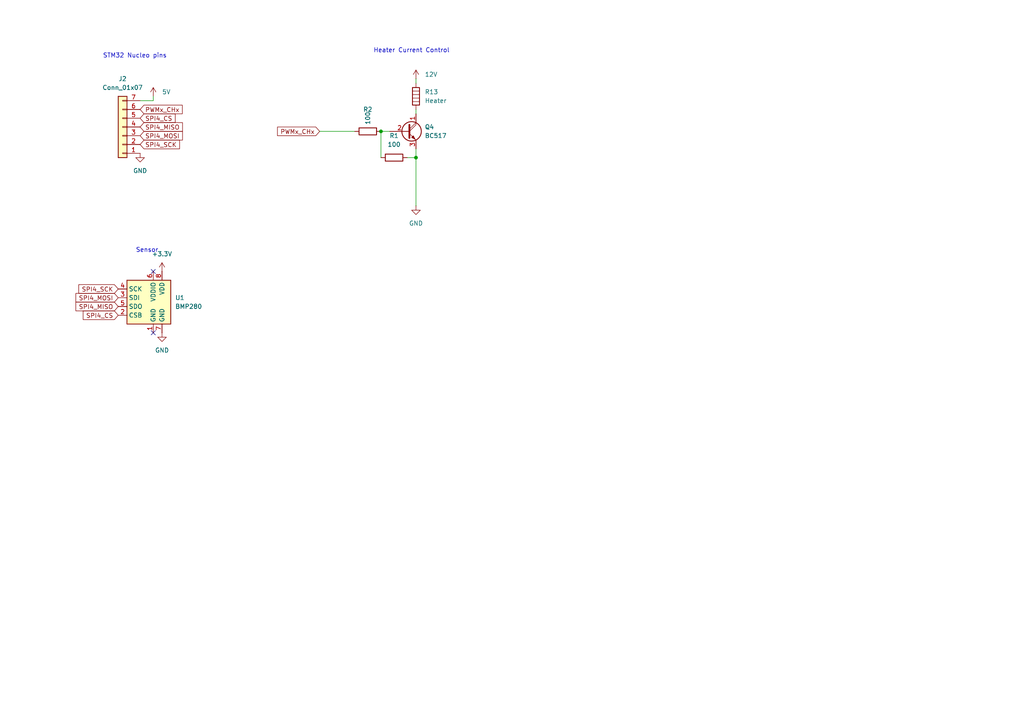
<source format=kicad_sch>
(kicad_sch (version 20231120) (generator "eeschema") (generator_version "8.0")
  (paper "A4")
  (lib_symbols
    (symbol "Connector_Generic:Conn_01x07" (pin_names (offset 1.016) hide)
      (property "Reference" "J" (at 0 10.16 0))
      (property "Value" "Conn_01x07" (at 0 -10.16 0))
      (symbol "Conn_01x07_1_1"
        (rectangle (start -1.27 -7.493) (end 0 -7.747) (stroke (width 0.1524)))
        (rectangle (start -1.27 -4.953) (end 0 -5.207) (stroke (width 0.1524)))
        (rectangle (start -1.27 -2.413) (end 0 -2.667) (stroke (width 0.1524)))
        (rectangle (start -1.27 0.127) (end 0 -0.127) (stroke (width 0.1524)))
        (rectangle (start -1.27 2.667) (end 0 2.413) (stroke (width 0.1524)))
        (rectangle (start -1.27 5.207) (end 0 4.953) (stroke (width 0.1524)))
        (rectangle (start -1.27 7.747) (end 0 7.493) (stroke (width 0.1524)))
        (rectangle (start -1.27 8.89) (end 1.27 -8.89) (stroke (width 0.254)) (fill (type background)))
        (pin passive line (at -5.08 7.62 0) (length 3.81) (name "Pin_1") (number "1"))
        (pin passive line (at -5.08 5.08 0) (length 3.81) (name "Pin_2") (number "2"))
        (pin passive line (at -5.08 2.54 0) (length 3.81) (name "Pin_3") (number "3"))
        (pin passive line (at -5.08 0 0) (length 3.81) (name "Pin_4") (number "4"))
        (pin passive line (at -5.08 -2.54 0) (length 3.81) (name "Pin_5") (number "5"))
        (pin passive line (at -5.08 -5.08 0) (length 3.81) (name "Pin_6") (number "6"))
        (pin passive line (at -5.08 -7.62 0) (length 3.81) (name "Pin_7") (number "7"))
      )
    )
    (symbol "Device:Heater" (pin_numbers hide) (pin_names (offset 0))
      (property "Reference" "R" (at 2.032 0 90))
      (property "Value" "Heater" (at -2.032 0 90))
      (symbol "Heater_0_1"
        (rectangle (start -1.016 -2.54) (end 1.016 2.54) (stroke (width 0.254)))
        (polyline (pts (xy -1.016 1.524) (xy 1.016 1.524)))
        (polyline (pts (xy 1.016 -1.524) (xy -1.016 -1.524)))
        (polyline (pts (xy 1.016 -0.508) (xy -1.016 -0.508)))
        (polyline (pts (xy 1.016 0.508) (xy -1.016 0.508)))
      )
      (symbol "Heater_1_1"
        (pin passive line (at 0 3.81 270) (length 1.27) (name "~") (number "1"))
        (pin passive line (at 0 -3.81 90) (length 1.27) (name "~") (number "2"))
      )
    )
    (symbol "Device:R" (pin_numbers hide) (pin_names (offset 0))
      (property "Reference" "R" (at 2.032 0 90))
      (property "Value" "R" (at 0 0 90))
      (symbol "R_0_1"
        (rectangle (start -1.016 -2.54) (end 1.016 2.54) (stroke (width 0.254)))
      )
      (symbol "R_1_1"
        (pin passive line (at 0 3.81 270) (length 1.27) (name "~") (number "1"))
        (pin passive line (at 0 -3.81 90) (length 1.27) (name "~") (number "2"))
      )
    )
    (symbol "Sensor_Pressure:BMP280"
      (property "Reference" "U" (at -7.62 10.16 0))
      (property "Value" "BMP280" (at 5.08 10.16 0))
      (symbol "BMP280_0_1"
        (rectangle (start -7.62 -5.08) (end 5.08 7.62) (stroke (width 0.254)) (fill (type background)))
      )
      (symbol "BMP280_1_1"
        (pin power_in line (at 0 -7.62 90) (length 2.54) (name "GND") (number "1"))
        (pin input line (at -10.16 -2.54 0) (length 2.54) (name "CSB") (number "2"))
        (pin bidirectional line (at -10.16 2.54 0) (length 2.54) (name "SDI") (number "3"))
        (pin input line (at -10.16 5.08 0) (length 2.54) (name "SCK") (number "4"))
        (pin bidirectional line (at -10.16 0 0) (length 2.54) (name "SDO") (number "5"))
        (pin power_in line (at 0 10.16 270) (length 2.54) (name "VDDIO") (number "6"))
        (pin power_in line (at 2.54 -7.62 90) (length 2.54) (name "GND") (number "7"))
        (pin power_in line (at 2.54 10.16 270) (length 2.54) (name "VDD") (number "8"))
      )
    )
    (symbol "Transistor_BJT:BC517" (pin_names (offset 0) hide)
      (property "Reference" "Q" (at 5.08 1.905 0))
      (property "Value" "BC517" (at 5.08 0 0))
      (symbol "BC517_0_1"
        (polyline (pts (xy 0.635 0.635) (xy 2.54 2.54)))
        (polyline (pts (xy 0.635 -0.635) (xy 2.54 -2.54) (xy 2.54 -2.54)))
        (polyline (pts (xy 0.635 0) (xy 2.54 1.905) (xy 2.54 2.54)))
        (polyline (pts (xy 0.635 1.905) (xy 0.635 -1.905) (xy 0.635 -1.905)) (stroke (width 0.508)))
        (polyline (pts (xy 1.27 -1.778) (xy 1.778 -1.27) (xy 2.286 -2.286) (xy 1.27 -1.778) (xy 1.27 -1.778)) (fill (type outline)))
        (circle (center 1.27 0) (radius 2.8194) (stroke (width 0.254)))
      )
      (symbol "BC517_1_1"
        (pin passive line (at 2.54 5.08 270) (length 2.54) (name "C") (number "1"))
        (pin input line (at -5.08 0 0) (length 5.715) (name "B") (number "2"))
        (pin passive line (at 2.54 -5.08 90) (length 2.54) (name "E") (number "3"))
      )
    )
    (symbol "power:+1V5" (power) (pin_numbers hide) (pin_names (offset 0) hide)
      (property "Value" "+1V5" (at 0 3.556 0))
      (symbol "+1V5_0_1"
        (polyline (pts (xy -0.762 1.27) (xy 0 2.54)))
        (polyline (pts (xy 0 0) (xy 0 2.54)))
        (polyline (pts (xy 0 2.54) (xy 0.762 1.27)))
      )
      (symbol "+1V5_1_1"
        (pin power_in line (at 0 0 90) (length 0) (name "~") (number "1"))
      )
    )
    (symbol "power:+3.3V" (power) (pin_numbers hide) (pin_names (offset 0) hide)
      (property "Value" "+3.3V" (at 0 3.556 0))
      (symbol "+3.3V_0_1"
        (polyline (pts (xy -0.762 1.27) (xy 0 2.54)))
        (polyline (pts (xy 0 0) (xy 0 2.54)))
        (polyline (pts (xy 0 2.54) (xy 0.762 1.27)))
      )
      (symbol "+3.3V_1_1"
        (pin power_in line (at 0 0 90) (length 0) (name "~") (number "1"))
      )
    )
    (symbol "power:GND" (power) (pin_numbers hide) (pin_names (offset 0) hide)
      (property "Value" "GND" (at 0 -3.81 0))
      (symbol "GND_0_1"
        (polyline (pts (xy 0 0) (xy 0 -1.27) (xy 1.27 -1.27) (xy 0 -2.54) (xy -1.27 -1.27) (xy 0 -1.27)))
      )
      (symbol "GND_1_1"
        (pin power_in line (at 0 0 270) (length 0) (name "~") (number "1"))
      )
    )
  )
  (junction (at 120.65 45.72))
  (junction (at 110.49 38.1))
  (no_connect (at 44.45 96.52))
  (no_connect (at 44.45 78.74))
  (wire (pts (xy 92.71 38.1) (xy 102.87 38.1)))
  (wire (pts (xy 44.45 29.21) (xy 44.45 27.94)))
  (wire (pts (xy 120.65 43.18) (xy 120.65 45.72)))
  (wire (pts (xy 110.49 38.1) (xy 110.49 45.72)))
  (wire (pts (xy 120.65 45.72) (xy 120.65 59.69)))
  (wire (pts (xy 120.65 22.86) (xy 120.65 24.13)))
  (wire (pts (xy 118.11 45.72) (xy 120.65 45.72)))
  (wire (pts (xy 40.64 29.21) (xy 44.45 29.21)))
  (wire (pts (xy 120.65 31.75) (xy 120.65 33.02)))
  (wire (pts (xy 110.49 38.1) (xy 113.03 38.1)))
  (text "Heater Current Control\n" (at 119.38 14.732 0) (effects (font (size 1.27 1.27))))
  (text "STM32 Nucleo pins\n" (at 39.116 16.256 0) (effects (font (size 1.27 1.27))))
  (text "Sensor\n" (at 42.672 72.644 0) (effects (font (size 1.27 1.27))))
  (global_label "SPI4_CS" (shape input) (at 40.64 34.29 0) (property "Intersheetrefs" "${INTERSHEET_REFS}" (effects (hide yes))))
  (global_label "PWMx_CHx" (shape input) (at 40.64 31.75 0) (property "Intersheetrefs" "${INTERSHEET_REFS}" (effects (hide yes))))
  (global_label "SPI4_SCK" (shape input) (at 40.64 41.91 0) (property "Intersheetrefs" "${INTERSHEET_REFS}" (effects (hide yes))))
  (global_label "SPI4_MOSI" (shape input) (at 34.29 86.36 180) (property "Intersheetrefs" "${INTERSHEET_REFS}" (effects (hide yes))))
  (global_label "PWMx_CHx" (shape input) (at 92.71 38.1 180) (property "Intersheetrefs" "${INTERSHEET_REFS}" (effects (hide yes))))
  (global_label "SPI4_MISO" (shape input) (at 34.29 88.9 180) (property "Intersheetrefs" "${INTERSHEET_REFS}" (effects (hide yes))))
  (global_label "SPI4_SCK" (shape input) (at 34.29 83.82 180) (property "Intersheetrefs" "${INTERSHEET_REFS}" (effects (hide yes))))
  (global_label "SPI4_MOSI" (shape input) (at 40.64 39.37 0) (property "Intersheetrefs" "${INTERSHEET_REFS}" (effects (hide yes))))
  (global_label "SPI4_CS" (shape input) (at 34.29 91.44 180) (property "Intersheetrefs" "${INTERSHEET_REFS}" (effects (hide yes))))
  (global_label "SPI4_MISO" (shape input) (at 40.64 36.83 0) (property "Intersheetrefs" "${INTERSHEET_REFS}" (effects (hide yes))))
  (symbol (lib_id "power:+1V5") (at 120.65 22.86 0) (unit 1)
    (property "Reference" "#PWR03" (effects (hide yes)))
    (property "Value" "12V" (at 123.19 21.5899 0) (effects (justify left)))
    (property "Description" "Power symbol creates a global label with name \"+1V5\"" (effects (hide yes)))
  )
  (symbol (lib_id "Device:Heater") (at 120.65 27.94 0) (unit 1)
    (property "Reference" "R13" (at 123.19 26.6699 0) (effects (justify left)))
    (property "Value" "Heater" (at 123.19 29.2099 0) (effects (justify left)))
    (property "Description" "Resistive heater" (effects (hide yes)))
  )
  (symbol (lib_id "power:GND") (at 40.64 44.45 0) (unit 1)
    (property "Reference" "#PWR01" (effects (hide yes)))
    (property "Value" "GND" (at 40.64 49.53 0))
    (property "Description" "Power symbol creates a global label with name \"GND\" , ground" (effects (hide yes)))
  )
  (symbol (lib_id "power:GND") (at 46.99 96.52 0) (unit 1)
    (property "Reference" "#PWR05" (effects (hide yes)))
    (property "Value" "GND" (at 46.99 101.6 0))
    (property "Description" "Power symbol creates a global label with name \"GND\" , ground" (effects (hide yes)))
  )
  (symbol (lib_id "Transistor_BJT:BC517") (at 118.11 38.1 0) (unit 1)
    (property "Reference" "Q4" (at 123.19 36.8299 0) (effects (justify left)))
    (property "Value" "BC517" (at 123.19 39.3699 0) (effects (justify left)))
    (property "Footprint" "Package_TO_SOT_THT:TO-92_Inline" (effects (hide yes)))
    (property "Datasheet" "https://www.onsemi.com/pub/Collateral/BC517-D74Z-D.PDF" (effects (hide yes)))
    (property "Description" "1A Ic, 30V Vce, Darlington NPN Transistor, TO-92" (effects (hide yes)))
  )
  (symbol (lib_id "Device:R") (at 106.68 38.1 90) (unit 1)
    (property "Reference" "R2" (at 106.68 31.75 90))
    (property "Value" "100" (at 106.68 34.29 0))
    (property "Description" "Resistor" (effects (hide yes)))
  )
  (symbol (lib_id "power:+3.3V") (at 46.99 78.74 0) (unit 1)
    (property "Reference" "#PWR06" (effects (hide yes)))
    (property "Value" "+3.3V" (at 46.99 73.66 0))
    (property "Description" "Power symbol creates a global label with name \"+3.3V\"" (effects (hide yes)))
  )
  (symbol (lib_id "power:GND") (at 120.65 59.69 0) (unit 1)
    (property "Reference" "#PWR04" (effects (hide yes)))
    (property "Value" "GND" (at 120.65 64.77 0))
    (property "Description" "Power symbol creates a global label with name \"GND\" , ground" (effects (hide yes)))
  )
  (symbol (lib_id "Device:R") (at 114.3 45.72 90) (unit 1)
    (property "Reference" "R1" (at 114.3 39.37 90))
    (property "Value" "100" (at 114.3 41.91 90))
    (property "Description" "Resistor" (effects (hide yes)))
  )
  (symbol (lib_id "power:+1V5") (at 44.45 27.94 0) (unit 1)
    (property "Reference" "#PWR02" (effects (hide yes)))
    (property "Value" "5V" (at 46.99 26.6699 0) (effects (justify left)))
    (property "Description" "Power symbol creates a global label with name \"+1V5\"" (effects (hide yes)))
  )
  (symbol (lib_id "Connector_Generic:Conn_01x07") (at 35.56 36.83 180) (unit 1)
    (property "Reference" "J2" (at 35.56 22.86 0))
    (property "Value" "Conn_01x07" (at 35.56 25.4 0))
    (property "Description" "Generic connector, single row, 01x07, script generated (kicad-library-utils/schlib/autogen/connector/)" (effects (hide yes)))
  )
  (symbol (lib_id "Sensor_Pressure:BMP280") (at 44.45 88.9 0) (unit 1)
    (property "Reference" "U1" (at 50.8 86.3599 0) (effects (justify left)))
    (property "Value" "BMP280" (at 50.8 88.8999 0) (effects (justify left)))
    (property "Footprint" "Package_LGA:Bosch_LGA-8_2x2.5mm_P0.65mm_ClockwisePinNumbering" (effects (hide yes)))
    (property "Datasheet" "https://ae-bst.resource.bosch.com/media/_tech/media/datasheets/BST-BMP280-DS001.pdf" (effects (hide yes)))
    (property "Description" "Absolute Barometric Pressure Sensor, LGA-8" (effects (hide yes)))
  )
)
</source>
